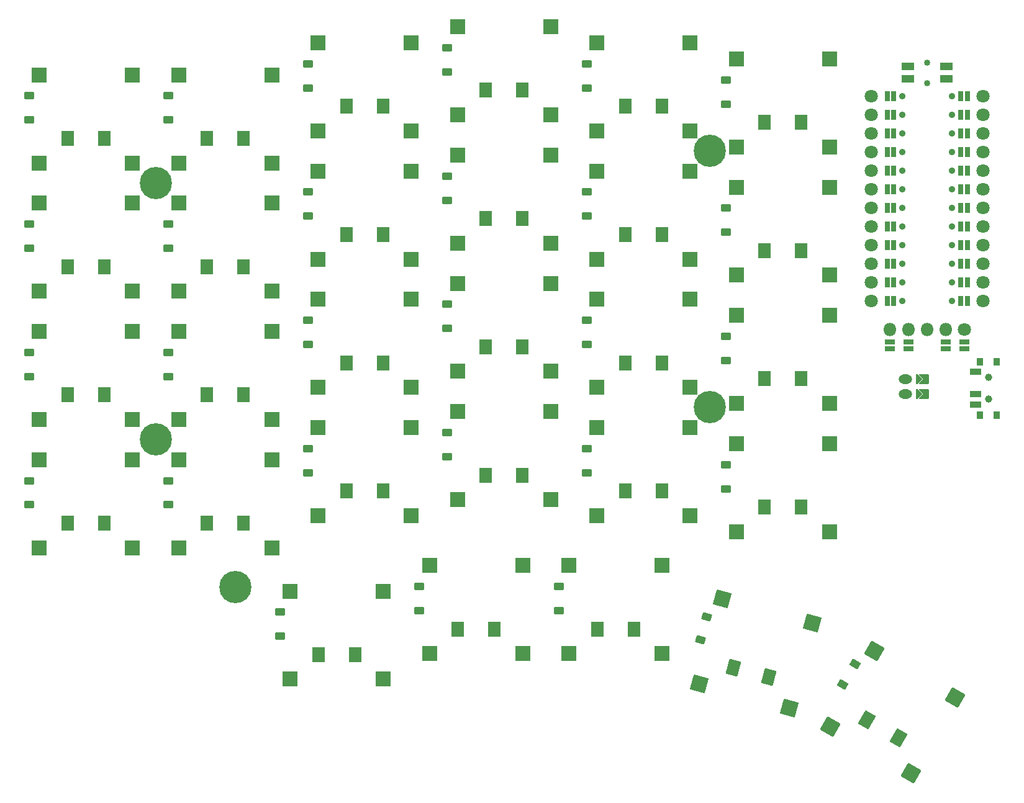
<source format=gbr>
%TF.GenerationSoftware,KiCad,Pcbnew,8.0.7*%
%TF.CreationDate,2025-02-11T23:53:50-03:00*%
%TF.ProjectId,souffle_wireless,736f7566-666c-4655-9f77-6972656c6573,0.1*%
%TF.SameCoordinates,Original*%
%TF.FileFunction,Soldermask,Bot*%
%TF.FilePolarity,Negative*%
%FSLAX46Y46*%
G04 Gerber Fmt 4.6, Leading zero omitted, Abs format (unit mm)*
G04 Created by KiCad (PCBNEW 8.0.7) date 2025-02-11 23:53:50*
%MOMM*%
%LPD*%
G01*
G04 APERTURE LIST*
G04 Aperture macros list*
%AMRoundRect*
0 Rectangle with rounded corners*
0 $1 Rounding radius*
0 $2 $3 $4 $5 $6 $7 $8 $9 X,Y pos of 4 corners*
0 Add a 4 corners polygon primitive as box body*
4,1,4,$2,$3,$4,$5,$6,$7,$8,$9,$2,$3,0*
0 Add four circle primitives for the rounded corners*
1,1,$1+$1,$2,$3*
1,1,$1+$1,$4,$5*
1,1,$1+$1,$6,$7*
1,1,$1+$1,$8,$9*
0 Add four rect primitives between the rounded corners*
20,1,$1+$1,$2,$3,$4,$5,0*
20,1,$1+$1,$4,$5,$6,$7,0*
20,1,$1+$1,$6,$7,$8,$9,0*
20,1,$1+$1,$8,$9,$2,$3,0*%
%AMFreePoly0*
4,1,14,0.035355,0.435355,0.635355,-0.164645,0.650000,-0.200000,0.650000,-0.400000,0.635355,-0.435355,0.600000,-0.450000,-0.600000,-0.450000,-0.635355,-0.435355,-0.650000,-0.400000,-0.650000,-0.200000,-0.635355,-0.164645,-0.035355,0.435355,0.000000,0.450000,0.035355,0.435355,0.035355,0.435355,$1*%
%AMFreePoly1*
4,1,16,0.635355,0.285355,0.650000,0.250000,0.650000,-1.000000,0.635355,-1.035355,0.600000,-1.050000,0.564645,-1.035355,0.000000,-0.470710,-0.564645,-1.035355,-0.600000,-1.050000,-0.635355,-1.035355,-0.650000,-1.000000,-0.650000,0.250000,-0.635355,0.285355,-0.600000,0.300000,0.600000,0.300000,0.635355,0.285355,0.635355,0.285355,$1*%
G04 Aperture macros list end*
%ADD10C,4.400000*%
%ADD11RoundRect,0.050000X-0.775000X-1.000000X0.775000X-1.000000X0.775000X1.000000X-0.775000X1.000000X0*%
%ADD12RoundRect,0.050000X-1.000000X-1.000000X1.000000X-1.000000X1.000000X1.000000X-1.000000X1.000000X0*%
%ADD13RoundRect,0.050000X-1.007412X-0.765341X0.489773X-1.166511X1.007412X0.765341X-0.489773X1.166511X0*%
%ADD14RoundRect,0.050000X-1.224745X-0.707107X0.707107X-1.224745X1.224745X0.707107X-0.707107X1.224745X0*%
%ADD15RoundRect,0.050000X-1.171170X-0.478525X0.171170X-1.253525X1.171170X0.478525X-0.171170X1.253525X0*%
%ADD16RoundRect,0.050000X-1.366025X-0.366025X0.366025X-1.366025X1.366025X0.366025X-0.366025X1.366025X0*%
%ADD17RoundRect,0.050000X0.600000X-0.450000X0.600000X0.450000X-0.600000X0.450000X-0.600000X-0.450000X0*%
%ADD18RoundRect,0.050000X0.463087X-0.589958X0.696024X0.279375X-0.463087X0.589958X-0.696024X-0.279375X0*%
%ADD19RoundRect,0.050000X0.294615X-0.689711X0.744615X0.089711X-0.294615X0.689711X-0.744615X-0.089711X0*%
%ADD20C,1.800000*%
%ADD21C,0.900000*%
%ADD22RoundRect,0.050000X-0.300000X-0.600000X0.300000X-0.600000X0.300000X0.600000X-0.300000X0.600000X0*%
%ADD23RoundRect,0.050000X-0.600000X0.300000X-0.600000X-0.300000X0.600000X-0.300000X0.600000X0.300000X0*%
%ADD24O,1.800000X1.800000*%
%ADD25RoundRect,0.050000X-0.400000X0.500000X-0.400000X-0.500000X0.400000X-0.500000X0.400000X0.500000X0*%
%ADD26RoundRect,0.050000X-0.750000X0.350000X-0.750000X-0.350000X0.750000X-0.350000X0.750000X0.350000X0*%
%ADD27C,1.000000*%
%ADD28C,0.850000*%
%ADD29RoundRect,0.050000X0.775000X0.500000X-0.775000X0.500000X-0.775000X-0.500000X0.775000X-0.500000X0*%
%ADD30O,1.850000X1.300000*%
%ADD31FreePoly0,270.000000*%
%ADD32FreePoly1,270.000000*%
G04 APERTURE END LIST*
D10*
%TO.C,MH1*%
X109500000Y-56250000D03*
%TD*%
%TO.C,MH2*%
X109500000Y-91250000D03*
%TD*%
%TO.C,MH3*%
X185068000Y-51823500D03*
%TD*%
%TO.C,MH4*%
X185068000Y-86823500D03*
%TD*%
%TO.C,MH5*%
X120357000Y-111365000D03*
%TD*%
D11*
%TO.C,S1*%
X97500000Y-102650000D03*
X102500000Y-102650000D03*
D12*
X93650000Y-94000000D03*
X93650000Y-106000000D03*
X106350000Y-94000000D03*
X106350000Y-106000000D03*
%TD*%
D11*
%TO.C,S2*%
X97500000Y-85150000D03*
X102500000Y-85150000D03*
D12*
X93650000Y-76500000D03*
X93650000Y-88500000D03*
X106350000Y-76500000D03*
X106350000Y-88500000D03*
%TD*%
D11*
%TO.C,S3*%
X97500000Y-67650000D03*
X102500000Y-67650000D03*
D12*
X93650000Y-59000000D03*
X93650000Y-71000000D03*
X106350000Y-59000000D03*
X106350000Y-71000000D03*
%TD*%
D11*
%TO.C,S4*%
X97500000Y-50150000D03*
X102500000Y-50150000D03*
D12*
X93650000Y-41500000D03*
X93650000Y-53500000D03*
X106350000Y-41500000D03*
X106350000Y-53500000D03*
%TD*%
D11*
%TO.C,S5*%
X116500000Y-102650000D03*
X121500000Y-102650000D03*
D12*
X112650000Y-94000000D03*
X112650000Y-106000000D03*
X125350000Y-94000000D03*
X125350000Y-106000000D03*
%TD*%
D11*
%TO.C,S6*%
X116500000Y-85150000D03*
X121500000Y-85150000D03*
D12*
X112650000Y-76500000D03*
X112650000Y-88500000D03*
X125350000Y-76500000D03*
X125350000Y-88500000D03*
%TD*%
D11*
%TO.C,S7*%
X116500000Y-67650000D03*
X121500000Y-67650000D03*
D12*
X112650000Y-59000000D03*
X112650000Y-71000000D03*
X125350000Y-59000000D03*
X125350000Y-71000000D03*
%TD*%
D11*
%TO.C,S8*%
X116500000Y-50150000D03*
X121500000Y-50150000D03*
D12*
X112650000Y-41500000D03*
X112650000Y-53500000D03*
X125350000Y-41500000D03*
X125350000Y-53500000D03*
%TD*%
D11*
%TO.C,S9*%
X135500000Y-98275000D03*
X140500000Y-98275000D03*
D12*
X131650000Y-89625000D03*
X131650000Y-101625000D03*
X144350000Y-89625000D03*
X144350000Y-101625000D03*
%TD*%
D11*
%TO.C,S10*%
X135500000Y-80775000D03*
X140500000Y-80775000D03*
D12*
X131650000Y-72125000D03*
X131650000Y-84125000D03*
X144350000Y-72125000D03*
X144350000Y-84125000D03*
%TD*%
D11*
%TO.C,S11*%
X135500000Y-63275000D03*
X140500000Y-63275000D03*
D12*
X131650000Y-54625000D03*
X131650000Y-66625000D03*
X144350000Y-54625000D03*
X144350000Y-66625000D03*
%TD*%
D11*
%TO.C,S12*%
X135500000Y-45775000D03*
X140500000Y-45775000D03*
D12*
X131650000Y-37125000D03*
X131650000Y-49125000D03*
X144350000Y-37125000D03*
X144350000Y-49125000D03*
%TD*%
D11*
%TO.C,S13*%
X154500000Y-96087500D03*
X159500000Y-96087500D03*
D12*
X150650000Y-87437500D03*
X150650000Y-99437500D03*
X163350000Y-87437500D03*
X163350000Y-99437500D03*
%TD*%
D11*
%TO.C,S14*%
X154500000Y-78587500D03*
X159500000Y-78587500D03*
D12*
X150650000Y-69937500D03*
X150650000Y-81937500D03*
X163350000Y-69937500D03*
X163350000Y-81937500D03*
%TD*%
D11*
%TO.C,S15*%
X154500000Y-61087500D03*
X159500000Y-61087500D03*
D12*
X150650000Y-52437500D03*
X150650000Y-64437500D03*
X163350000Y-52437500D03*
X163350000Y-64437500D03*
%TD*%
D11*
%TO.C,S16*%
X154500000Y-43587500D03*
X159500000Y-43587500D03*
D12*
X150650000Y-34937500D03*
X150650000Y-46937500D03*
X163350000Y-34937500D03*
X163350000Y-46937500D03*
%TD*%
D11*
%TO.C,S17*%
X173500000Y-98275000D03*
X178500000Y-98275000D03*
D12*
X169650000Y-89625000D03*
X169650000Y-101625000D03*
X182350000Y-89625000D03*
X182350000Y-101625000D03*
%TD*%
D11*
%TO.C,S18*%
X173500000Y-80775000D03*
X178500000Y-80775000D03*
D12*
X169650000Y-72125000D03*
X169650000Y-84125000D03*
X182350000Y-72125000D03*
X182350000Y-84125000D03*
%TD*%
D11*
%TO.C,S19*%
X173500000Y-63275000D03*
X178500000Y-63275000D03*
D12*
X169650000Y-54625000D03*
X169650000Y-66625000D03*
X182350000Y-54625000D03*
X182350000Y-66625000D03*
%TD*%
D11*
%TO.C,S20*%
X173500000Y-45775000D03*
X178500000Y-45775000D03*
D12*
X169650000Y-37125000D03*
X169650000Y-49125000D03*
X182350000Y-37125000D03*
X182350000Y-49125000D03*
%TD*%
D11*
%TO.C,S21*%
X192500000Y-100462500D03*
X197500000Y-100462500D03*
D12*
X188650000Y-91812500D03*
X188650000Y-103812500D03*
X201350000Y-91812500D03*
X201350000Y-103812500D03*
%TD*%
D11*
%TO.C,S22*%
X192500000Y-82962500D03*
X197500000Y-82962500D03*
D12*
X188650000Y-74312500D03*
X188650000Y-86312500D03*
X201350000Y-74312500D03*
X201350000Y-86312500D03*
%TD*%
D11*
%TO.C,S23*%
X192500000Y-65462500D03*
X197500000Y-65462500D03*
D12*
X188650000Y-56812500D03*
X188650000Y-68812500D03*
X201350000Y-56812500D03*
X201350000Y-68812500D03*
%TD*%
D11*
%TO.C,S24*%
X192500000Y-47962500D03*
X197500000Y-47962500D03*
D12*
X188650000Y-39312500D03*
X188650000Y-51312500D03*
X201350000Y-39312500D03*
X201350000Y-51312500D03*
%TD*%
D11*
%TO.C,S25*%
X131700000Y-120587500D03*
X136700000Y-120587500D03*
D12*
X127850000Y-111937500D03*
X127850000Y-123937500D03*
X140550000Y-111937500D03*
X140550000Y-123937500D03*
%TD*%
D11*
%TO.C,S26*%
X150700000Y-117087500D03*
X155700000Y-117087500D03*
D12*
X146850000Y-108437500D03*
X146850000Y-120437500D03*
X159550000Y-108437500D03*
X159550000Y-120437500D03*
%TD*%
D11*
%TO.C,S27*%
X169700000Y-117087500D03*
X174700000Y-117087500D03*
D12*
X165850000Y-108437500D03*
X165850000Y-120437500D03*
X178550000Y-108437500D03*
X178550000Y-120437500D03*
%TD*%
D13*
%TO.C,S28*%
X188228815Y-122366656D03*
X193058444Y-123660751D03*
D14*
X186748785Y-113014944D03*
X183642957Y-124606054D03*
X199016043Y-116301946D03*
X195910215Y-127893056D03*
%TD*%
D15*
%TO.C,S29*%
X206467036Y-129481167D03*
X210797164Y-131981167D03*
D16*
X207457839Y-120065048D03*
X201457839Y-130457352D03*
X218456361Y-126415048D03*
X212456361Y-136807352D03*
%TD*%
D17*
%TO.C,D1*%
X92250000Y-96850000D03*
X92250000Y-100150000D03*
%TD*%
%TO.C,D2*%
X92250000Y-79350000D03*
X92250000Y-82650000D03*
%TD*%
%TO.C,D3*%
X92250000Y-61850000D03*
X92250000Y-65150000D03*
%TD*%
%TO.C,D4*%
X92250000Y-44350000D03*
X92250000Y-47650000D03*
%TD*%
%TO.C,D5*%
X111250000Y-96850000D03*
X111250000Y-100150000D03*
%TD*%
%TO.C,D6*%
X111250000Y-79350000D03*
X111250000Y-82650000D03*
%TD*%
%TO.C,D7*%
X111250000Y-61850000D03*
X111250000Y-65150000D03*
%TD*%
%TO.C,D8*%
X111250000Y-44350000D03*
X111250000Y-47650000D03*
%TD*%
%TO.C,D9*%
X130250000Y-92475000D03*
X130250000Y-95775000D03*
%TD*%
%TO.C,D10*%
X130250000Y-74975000D03*
X130250000Y-78275000D03*
%TD*%
%TO.C,D11*%
X130250000Y-57475000D03*
X130250000Y-60775000D03*
%TD*%
%TO.C,D12*%
X130250000Y-39975000D03*
X130250000Y-43275000D03*
%TD*%
%TO.C,D13*%
X149250000Y-90287500D03*
X149250000Y-93587500D03*
%TD*%
%TO.C,D14*%
X149250000Y-72787500D03*
X149250000Y-76087500D03*
%TD*%
%TO.C,D15*%
X149250000Y-55287500D03*
X149250000Y-58587500D03*
%TD*%
%TO.C,D16*%
X149250000Y-37787500D03*
X149250000Y-41087500D03*
%TD*%
%TO.C,D17*%
X168250000Y-92475000D03*
X168250000Y-95775000D03*
%TD*%
%TO.C,D18*%
X168250000Y-74975000D03*
X168250000Y-78275000D03*
%TD*%
%TO.C,D19*%
X168250000Y-57475000D03*
X168250000Y-60775000D03*
%TD*%
%TO.C,D20*%
X168250000Y-39975000D03*
X168250000Y-43275000D03*
%TD*%
%TO.C,D21*%
X187250000Y-94662500D03*
X187250000Y-97962500D03*
%TD*%
%TO.C,D22*%
X187250000Y-77162500D03*
X187250000Y-80462500D03*
%TD*%
%TO.C,D23*%
X187250000Y-59662500D03*
X187250000Y-62962500D03*
%TD*%
%TO.C,D24*%
X187250000Y-42162500D03*
X187250000Y-45462500D03*
%TD*%
%TO.C,D25*%
X126450000Y-114787500D03*
X126450000Y-118087500D03*
%TD*%
%TO.C,D26*%
X145450000Y-111287500D03*
X145450000Y-114587500D03*
%TD*%
%TO.C,D27*%
X164450000Y-111287500D03*
X164450000Y-114587500D03*
%TD*%
D18*
%TO.C,D28*%
X184658851Y-115405522D03*
X183804749Y-118593078D03*
%TD*%
D19*
%TO.C,D29*%
X204820400Y-121833158D03*
X203170400Y-124691042D03*
%TD*%
D20*
%TO.C,MCU1*%
X207084000Y-44420000D03*
X222324000Y-44420000D03*
D21*
X211304000Y-44420000D03*
X218104000Y-44420000D03*
D22*
X209224000Y-44420000D03*
X210124000Y-44420000D03*
X219284000Y-44420000D03*
X220184000Y-44420000D03*
D20*
X207084000Y-46960000D03*
X222324000Y-46960000D03*
D21*
X211304000Y-46960000D03*
X218104000Y-46960000D03*
D22*
X209224000Y-46960000D03*
X210124000Y-46960000D03*
X219284000Y-46960000D03*
X220184000Y-46960000D03*
D20*
X207084000Y-49500000D03*
X222324000Y-49500000D03*
D21*
X211304000Y-49500000D03*
X218104000Y-49500000D03*
D22*
X209224000Y-49500000D03*
X210124000Y-49500000D03*
X219284000Y-49500000D03*
X220184000Y-49500000D03*
D20*
X207084000Y-52040000D03*
X222324000Y-52040000D03*
D21*
X211304000Y-52040000D03*
X218104000Y-52040000D03*
D22*
X209224000Y-52040000D03*
X210124000Y-52040000D03*
X219284000Y-52040000D03*
X220184000Y-52040000D03*
D20*
X207084000Y-54580000D03*
X222324000Y-54580000D03*
D21*
X211304000Y-54580000D03*
X218104000Y-54580000D03*
D22*
X209224000Y-54580000D03*
X210124000Y-54580000D03*
X219284000Y-54580000D03*
X220184000Y-54580000D03*
D20*
X207084000Y-57120000D03*
X222324000Y-57120000D03*
D21*
X211304000Y-57120000D03*
X218104000Y-57120000D03*
D22*
X209224000Y-57120000D03*
X210124000Y-57120000D03*
X219284000Y-57120000D03*
X220184000Y-57120000D03*
D20*
X207084000Y-59660000D03*
X222324000Y-59660000D03*
D21*
X211304000Y-59660000D03*
X218104000Y-59660000D03*
D22*
X209224000Y-59660000D03*
X210124000Y-59660000D03*
X219284000Y-59660000D03*
X220184000Y-59660000D03*
D20*
X207084000Y-62200000D03*
X222324000Y-62200000D03*
D21*
X211304000Y-62200000D03*
X218104000Y-62200000D03*
D22*
X209224000Y-62200000D03*
X210124000Y-62200000D03*
X219284000Y-62200000D03*
X220184000Y-62200000D03*
D20*
X207084000Y-64740000D03*
X222324000Y-64740000D03*
D21*
X211304000Y-64740000D03*
X218104000Y-64740000D03*
D22*
X209224000Y-64740000D03*
X210124000Y-64740000D03*
X219284000Y-64740000D03*
X220184000Y-64740000D03*
D20*
X207084000Y-67280000D03*
X222324000Y-67280000D03*
D21*
X211304000Y-67280000D03*
X218104000Y-67280000D03*
D22*
X209224000Y-67280000D03*
X210124000Y-67280000D03*
X219284000Y-67280000D03*
X220184000Y-67280000D03*
D20*
X207084000Y-69820000D03*
X222324000Y-69820000D03*
D21*
X211304000Y-69820000D03*
X218104000Y-69820000D03*
D22*
X209224000Y-69820000D03*
X210124000Y-69820000D03*
X219284000Y-69820000D03*
X220184000Y-69820000D03*
D20*
X207084000Y-72360000D03*
X222324000Y-72360000D03*
D21*
X211304000Y-72360000D03*
X218104000Y-72360000D03*
D22*
X209224000Y-72360000D03*
X210124000Y-72360000D03*
X219284000Y-72360000D03*
X220184000Y-72360000D03*
%TD*%
D23*
%TO.C,DISP1*%
X219727000Y-77950000D03*
X217187000Y-77950000D03*
X212107000Y-77950000D03*
X209567000Y-77950000D03*
X219727000Y-78850000D03*
X217187000Y-78850000D03*
X212107000Y-78850000D03*
X209567000Y-78850000D03*
D24*
X209567000Y-76200000D03*
X212107000Y-76200000D03*
X214647000Y-76200000D03*
X217187000Y-76200000D03*
D20*
X219727000Y-76200000D03*
%TD*%
D25*
%TO.C,PWR1*%
X221915000Y-80600000D03*
X224125000Y-80600000D03*
X221915000Y-87900000D03*
X224125000Y-87900000D03*
D26*
X221265000Y-82000000D03*
X221265000Y-85000000D03*
X221265000Y-86500000D03*
D27*
X223025000Y-82750000D03*
X223025000Y-85750000D03*
%TD*%
D28*
%TO.C,RST1*%
X214704000Y-39837500D03*
X214704000Y-42587500D03*
D29*
X212079000Y-40362500D03*
X212079000Y-42062500D03*
X217329000Y-40362500D03*
X217329000Y-42062500D03*
%TD*%
D30*
%TO.C,JST1*%
X211750000Y-85000000D03*
X211750000Y-83000000D03*
D31*
X213550000Y-85000000D03*
X213550000Y-83000000D03*
D32*
X214566000Y-83000000D03*
X214566000Y-85000000D03*
%TD*%
M02*

</source>
